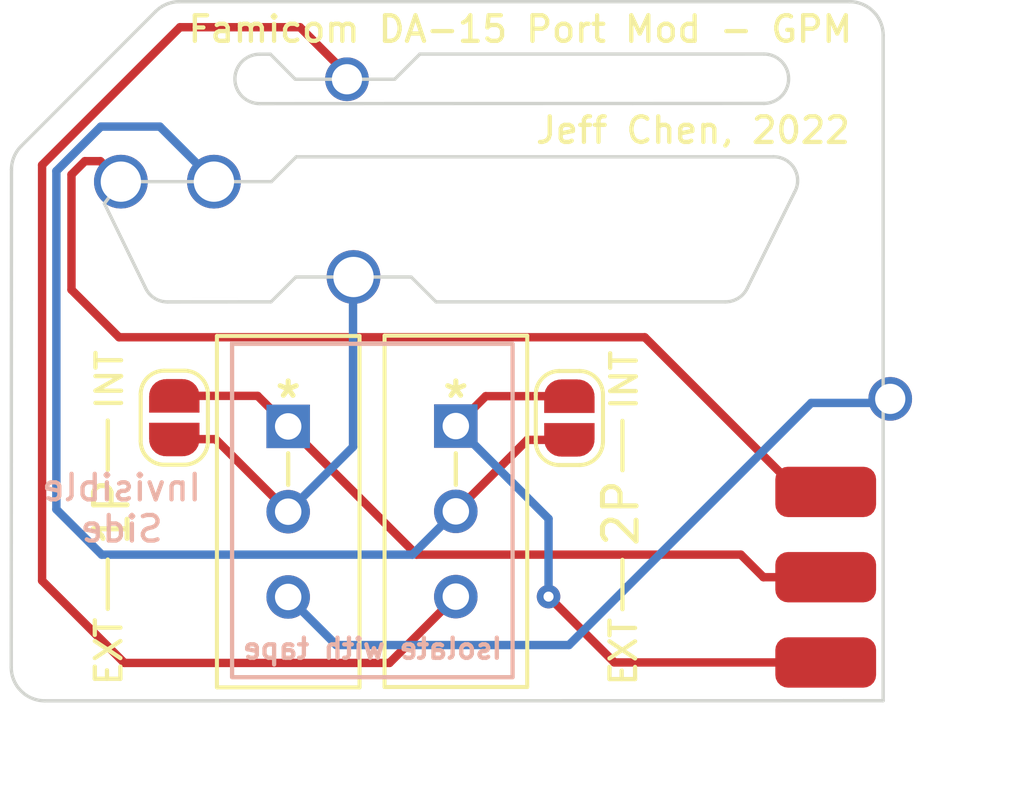
<source format=kicad_pcb>
(kicad_pcb (version 20211014) (generator pcbnew)
  (title_block (rev "1"))
  (layers (0 "F.Cu" signal "Front") (31 "B.Cu" signal "Back") (34 "B.Paste" user) (35 "F.Paste" user) (36 "B.SilkS" user "B.Silkscreen") (37 "F.SilkS" user "F.Silkscreen") (38 "B.Mask" user) (39 "F.Mask" user) (44 "Edge.Cuts" user))
  (net 0 "")
  (net 1 "/TO_EXT_4017_D0")
  (net 2 "/4016_D1_INT")
  (net 3 "/4017_D1_INT")
  (net 4 "/4016_D1_EXT")
  (net 5 "/4017_D1_EXT")
  (net 6 "/4016_D1")
  (net 7 "/4017_D1")
  (footprint "Jumper:SolderJumper-2_P1.3mm_Open_RoundedPad1.0x1.5mm" (layer "F.Cu") (at 143.57 103.83 -90)
    (fp_text reference "JP2" hide)
    (fp_text value "SolderJumper_2_Open")
    (fp_line (start -0.7 -1) (end 0.7 -1) (layer "F.SilkS") (width 0.12))
    (fp_line (start 0.7 1) (end -0.7 1) (layer "F.SilkS") (width 0.12))
    (fp_line (start -1.4 0.3) (end -1.4 -0.3) (layer "F.SilkS") (width 0.12))
    (fp_line (start 1.4 -0.3) (end 1.4 0.3) (layer "F.SilkS") (width 0.12))
    (fp_arc (start -0.7 1) (mid -1.194975 0.794975) (end -1.4 0.3) (layer "F.SilkS") (width 0.12))
    (fp_arc (start 1.4 0.3) (mid 1.194975 0.794975) (end 0.7 1) (layer "F.SilkS") (width 0.12))
    (fp_arc (start -1.4 -0.3) (mid -1.194975 -0.794975) (end -0.7 -1) (layer "F.SilkS") (width 0.12))
    (fp_arc (start 0.7 -1) (mid 1.194975 -0.794975) (end 1.4 -0.3) (layer "F.SilkS") (width 0.12))
    (pad "1" smd custom (at -0.65 0 270) (size 1 0.5) (layers "F.Cu" "F.Mask") (net 3 "/4017_D1_INT") (options (clearance outline) (anchor rect)) (primitives (gr_circle (center 0 0.25) (end 0.5 0.25) (width 0) (fill yes)) (gr_circle (center 0 -0.25) (end 0.5 -0.25) (width 0) (fill yes)) (gr_poly (pts (xy 0.5 0.75) (xy 0 0.75) (xy 0 -0.75) (xy 0.5 -0.75)) (width 0) (fill yes))))
    (pad "2" smd custom (at 0.65 0 270) (size 1 0.5) (layers "F.Cu" "F.Mask") (net 5 "/4017_D1_EXT") (options (clearance outline) (anchor rect)) (primitives (gr_circle (center 0 0.25) (end 0.5 0.25) (width 0) (fill yes)) (gr_circle (center 0 -0.25) (end 0.5 -0.25) (width 0) (fill yes)) (gr_poly (pts (xy 0 0.75) (xy -0.5 0.75) (xy -0.5 -0.75) (xy 0 -0.75)) (width 0) (fill yes))))
  )
  (footprint "DA15_Fix:GPM Interboard" (layer "F.Cu") (at 151.2 108.571)
    (fp_text reference "I1" hide)
    (fp_text value "GPM_Interboard")
    (pad "1" smd roundrect (at 0 -2.54 180) (size 3 1.5) (layers "F.Cu" "F.Paste" "F.Mask") (net 1 "/TO_EXT_4017_D0"))
    (pad "2" smd roundrect (at 0 0 180) (size 3 1.5) (layers "F.Cu" "F.Paste" "F.Mask") (net 2 "/4016_D1_INT"))
    (pad "3" smd roundrect (at 0 2.54 180) (size 3 1.5) (layers "F.Cu" "F.Paste" "F.Mask") (net 3 "/4017_D1_INT"))
  )
  (footprint "DA15_Fix:SS12SDP2" (layer "F.Cu") (at 140.19 104.07)
    (fp_text reference "SW2" hide)
    (fp_text value "SS12SDP2_NKK" hide)
    (fp_text user "*" (at 0 -0.8) (layer "F.SilkS"))
    (fp_line (start -2.1209 7.7724) (end 2.125 7.7724) (layer "F.SilkS") (width 0.12))
    (fp_line (start 2.125 7.7724) (end 2.125 -2.6924) (layer "F.SilkS") (width 0.12))
    (fp_line (start 2.125 -2.6924) (end -2.1209 -2.6924) (layer "F.SilkS") (width 0.12))
    (fp_line (start -2.1209 -2.6924) (end -2.1209 7.7724) (layer "F.SilkS") (width 0.12))
    (pad "1" thru_hole rect (at 0 0) (size 1.2954 1.2954) (drill 0.7874) (layers *.Cu *.Mask) (net 3 "/4017_D1_INT"))
    (pad "2" thru_hole circle (at 0 2.54) (size 1.2954 1.2954) (drill 0.7874) (layers *.Cu *.Mask) (net 5 "/4017_D1_EXT"))
    (pad "3" thru_hole circle (at 0 5.08) (size 1.2954 1.2954) (drill 0.7874) (layers *.Cu *.Mask) (net 7 "/4017_D1"))
  )
  (footprint "DA15_Fix:DA-15 Alternate" (layer "F.Cu") (at 130.22 96.79)
    (fp_text reference "P1" hide)
    (fp_text value "DA-15 Port")
    (pad "7" thru_hole circle (at 2.77 0 90) (size 1.6 1.6) (drill 1.2) (layers *.Cu *.Mask) (net 5 "/4017_D1_EXT"))
    (pad "8" thru_hole circle (at 0 0 90) (size 1.6 1.6) (drill 1.2) (layers *.Cu *.Mask) (net 1 "/TO_EXT_4017_D0"))
    (pad "13" thru_hole circle (at 6.925 2.84 90) (size 1.6 1.6) (drill 1.2) (layers *.Cu *.Mask) (net 4 "/4016_D1_EXT"))
  )
  (footprint "DA15_Fix:Single Via Pin" (layer "F.Cu") (at 153.12 103.26)
    (fp_text reference "V1" hide)
    (fp_text value "4016_D1" hide)
    (pad "1" thru_hole circle (at 0 0) (size 1.3 1.3) (drill 0.9) (layers *.Cu *.Mask) (net 6 "/4016_D1"))
  )
  (footprint "DA15_Fix:SS12SDP2" (layer "F.Cu") (at 135.2 104.08)
    (fp_text reference "SW1" hide)
    (fp_text value "SS12SDP2_NKK" hide)
    (fp_text user "*" (at 0 -0.81) (layer "F.SilkS"))
    (fp_line (start 2.125 -2.6924) (end -2.1209 -2.6924) (layer "F.SilkS") (width 0.12))
    (fp_line (start 2.125 7.7724) (end 2.125 -2.6924) (layer "F.SilkS") (width 0.12))
    (fp_line (start -2.1209 7.7724) (end 2.125 7.7724) (layer "F.SilkS") (width 0.12))
    (fp_line (start -2.1209 -2.6924) (end -2.1209 7.7724) (layer "F.SilkS") (width 0.12))
    (pad "1" thru_hole rect (at 0 0) (size 1.2954 1.2954) (drill 0.7874) (layers *.Cu *.Mask) (net 2 "/4016_D1_INT"))
    (pad "2" thru_hole circle (at 0 2.54) (size 1.2954 1.2954) (drill 0.7874) (layers *.Cu *.Mask) (net 4 "/4016_D1_EXT"))
    (pad "3" thru_hole circle (at 0 5.08) (size 1.2954 1.2954) (drill 0.7874) (layers *.Cu *.Mask) (net 6 "/4016_D1"))
  )
  (footprint "LOGO" (layer "F.Cu") (at 139.94 101.84)
    (fp_text reference "G***" hide)
    (fp_text value "LOGO" hide)
  )
  (footprint "Jumper:SolderJumper-2_P1.3mm_Open_RoundedPad1.0x1.5mm" (layer "F.Cu") (at 131.81 103.82 -90)
    (fp_text reference "JP1" hide)
    (fp_text value "SolderJumper_2_Open")
    (fp_line (start 1.4 -0.3) (end 1.4 0.3) (layer "F.SilkS") (width 0.12))
    (fp_line (start -0.7 -1) (end 0.7 -1) (layer "F.SilkS") (width 0.12))
    (fp_line (start -1.4 0.3) (end -1.4 -0.3) (layer "F.SilkS") (width 0.12))
    (fp_line (start 0.7 1) (end -0.7 1) (layer "F.SilkS") (width 0.12))
    (fp_arc (start -0.7 1) (mid -1.194975 0.794975) (end -1.4 0.3) (layer "F.SilkS") (width 0.12))
    (fp_arc (start 1.4 0.3) (mid 1.194975 0.794975) (end 0.7 1) (layer "F.SilkS") (width 0.12))
    (fp_arc (start 0.7 -1) (mid 1.194975 -0.794975) (end 1.4 -0.3) (layer "F.SilkS") (width 0.12))
    (fp_arc (start -1.4 -0.3) (mid -1.194975 -0.794975) (end -0.7 -1) (layer "F.SilkS") (width 0.12))
    (pad "1" smd custom (at -0.65 0 270) (size 1 0.5) (layers "F.Cu" "F.Mask") (net 2 "/4016_D1_INT") (options (clearance outline) (anchor rect)) (primitives (gr_circle (center 0 0.25) (end 0.5 0.25) (width 0) (fill yes)) (gr_circle (center 0 -0.25) (end 0.5 -0.25) (width 0) (fill yes)) (gr_poly (pts (xy 0.5 0.75) (xy 0 0.75) (xy 0 -0.75) (xy 0.5 -0.75)) (width 0) (fill yes))))
    (pad "2" smd custom (at 0.65 0 270) (size 1 0.5) (layers "F.Cu" "F.Mask") (net 4 "/4016_D1_EXT") (options (clearance outline) (anchor rect)) (primitives (gr_circle (center 0 0.25) (end 0.5 0.25) (width 0) (fill yes)) (gr_circle (center 0 -0.25) (end 0.5 -0.25) (width 0) (fill yes)) (gr_poly (pts (xy 0 0.75) (xy -0.5 0.75) (xy -0.5 -0.75) (xy 0 -0.75)) (width 0) (fill yes))))
  )
  (footprint "DA15_Fix:Single Via Pin" (layer "F.Cu") (at 136.95 93.74)
    (fp_text reference "V2" hide)
    (fp_text value "4017_D1" hide)
    (pad "1" thru_hole circle (at 0 0) (size 1.3 1.3) (drill 0.9) (layers *.Cu *.Mask) (net 7 "/4017_D1"))
  )
  (gr_rect (start 133.53 101.62) (end 141.88 111.55) (layer "B.SilkS") (width 0.127) (fill none))
  (gr_line (start 140.19 104.88) (end 140.19 105.82) (layer "F.SilkS") (width 0.127))
  (gr_line (start 135.2 104.88) (end 135.2 105.82) (layer "F.SilkS") (width 0.127))
  (gr_line (start 129.83 108.045) (end 129.83 109.515) (layer "F.SilkS") (width 0.127))
  (gr_line (start 145.15 108.055) (end 145.15 109.525) (layer "F.SilkS") (width 0.127))
  (gr_line (start 145.15 103.915) (end 145.15 105.385) (layer "F.SilkS") (width 0.127))
  (gr_line (start 129.83 103.905) (end 129.83 105.375) (layer "F.SilkS") (width 0.127))
  (gr_line (start 138.37 93.74) (end 139.12 92.99) (layer "Edge.Cuts") (width 0.1))
  (gr_line (start 135.41 93.74) (end 134.67 92.994481) (layer "Edge.Cuts") (width 0.1))
  (gr_arc (start 149.36 92.988962) (mid 150.095519 93.724481) (end 149.36 94.46) (layer "Edge.Cuts") (width 0.1))
  (gr_arc (start 131.252576 91.722576) (mid 131.577145 91.505706) (end 131.96 91.429551) (layer "Edge.Cuts") (width 0.1))
  (gr_arc (start 149.64 96.05) (mid 150.265184 96.395645) (end 150.27 97.11) (layer "Edge.Cuts") (width 0.1))
  (gr_arc (start 151.91 91.429801) (mid 152.617247 91.722753) (end 152.910199 92.43) (layer "Edge.Cuts") (width 0.1))
  (gr_arc (start 134.35 94.465519) (mid 133.614481 93.73) (end 134.35 92.994481) (layer "Edge.Cuts") (width 0.1))
  (gr_line (start 152.91 112.25) (end 127.957247 112.252952) (layer "Edge.Cuts") (width 0.1))
  (gr_line (start 148.21 100.37) (end 139.6 100.37) (layer "Edge.Cuts") (width 0.1))
  (gr_arc (start 126.963845 96.432855) (mid 127.04 96.05) (end 127.25687 95.725431) (layer "Edge.Cuts") (width 0.1))
  (gr_line (start 126.957048 111.252753) (end 126.963845 96.432855) (layer "Edge.Cuts") (width 0.1))
  (gr_line (start 149.36 94.46) (end 134.35 94.465519) (layer "Edge.Cuts") (width 0.1))
  (gr_line (start 130.952271 99.952146) (end 129.73 97.44) (layer "Edge.Cuts") (width 0.1))
  (gr_line (start 127.25687 95.725431) (end 131.252576 91.722576) (layer "Edge.Cuts") (width 0.1))
  (gr_line (start 139.12 92.99) (end 149.36 92.988962) (layer "Edge.Cuts") (width 0.1))
  (gr_line (start 134.7 96.79) (end 135.44 96.05) (layer "Edge.Cuts") (width 0.1))
  (gr_line (start 134.67 92.994481) (end 134.35 92.994481) (layer "Edge.Cuts") (width 0.1))
  (gr_line (start 131.96 91.429551) (end 151.91 91.429801) (layer "Edge.Cuts") (width 0.1))
  (gr_line (start 139.6 100.37) (end 138.86 99.63) (layer "Edge.Cuts") (width 0.1))
  (gr_line (start 130.22 96.79) (end 134.7 96.79) (layer "Edge.Cuts") (width 0.1))
  (gr_line (start 135.44 96.05) (end 149.64 96.05) (layer "Edge.Cuts") (width 0.1))
  (gr_arc (start 127.957247 112.252952) (mid 127.25 111.96) (end 126.957048 111.252753) (layer "Edge.Cuts") (width 0.1))
  (gr_arc (start 131.612271 100.372146) (mid 131.22 100.26) (end 130.952271 99.952146) (layer "Edge.Cuts") (width 0.1))
  (gr_line (start 135.41 93.74) (end 138.37 93.74) (layer "Edge.Cuts") (width 0.1))
  (gr_line (start 150.27 97.11) (end 148.87 99.95) (layer "Edge.Cuts") (width 0.1))
  (gr_line (start 152.910199 92.43) (end 152.91 112.25) (layer "Edge.Cuts") (width 0.1))
  (gr_line (start 135.43 99.63) (end 134.69 100.37) (layer "Edge.Cuts") (width 0.1))
  (gr_line (start 134.69 100.37) (end 131.612271 100.372146) (layer "Edge.Cuts") (width 0.1))
  (gr_line (start 130.22 96.79) (end 129.73 97.44) (layer "Edge.Cuts") (width 0.1))
  (gr_line (start 138.86 99.63) (end 135.43 99.63) (layer "Edge.Cuts") (width 0.1))
  (gr_arc (start 148.87 99.95) (mid 148.602271 100.257854) (end 148.21 100.37) (layer "Edge.Cuts") (width 0.1))
  (gr_text "Invisible\nSide" (at 130.24 106.52) (layer "B.SilkS") (effects (font (size 0.762 0.762) (thickness 0.127)) (justify mirror)))
  (gr_text "Isolate with tape" (at 137.71 110.7) (layer "B.SilkS") (effects (font (size 0.6 0.6) (thickness 0.127)) (justify mirror)))
  (gr_text "Famicom DA-15 Port Mod - GPM" (at 142.11 92.25) (layer "F.SilkS") (effects (font (size 0.762 0.762) (thickness 0.127))))
  (gr_text "1P" (at 129.95 106.63 90) (layer "F.SilkS") (effects (font (size 1 1))))
  (gr_text "EXT" (at 129.86 110.78 90) (layer "F.SilkS") (effects (font (size 0.762 0.762) (thickness 0.127))))
  (gr_text "2P" (at 145.1 106.66 90) (layer "F.SilkS") (effects (font (size 1 1))))
  (gr_text "INT" (at 145.2 102.7 90) (layer "F.SilkS") (effects (font (size 0.762 0.762) (thickness 0.127))))
  (gr_text "INT" (at 129.88 102.69 90) (layer "F.SilkS") (effects (font (size 0.762 0.762) (thickness 0.127))))
  (gr_text "EXT" (at 145.18 110.79 90) (layer "F.SilkS") (effects (font (size 0.762 0.762) (thickness 0.127))))
  (gr_text "Jeff Chen, 2022" (at 147.25 95.26) (layer "F.SilkS") (effects (font (size 0.762 0.762) (thickness 0.127))))
  (segment (start 128.75 100.01) (end 130.165 101.425) (width 0.25) (layer "F.Cu") (net 1))
  (segment (start 128.75 96.58) (end 128.75 100.01) (width 0.25) (layer "F.Cu") (net 1))
  (segment (start 130.13 96.7) (end 129.61 96.18) (width 0.25) (layer "F.Cu") (net 1))
  (segment (start 129.15 96.18) (end 128.75 96.58) (width 0.25) (layer "F.Cu") (net 1))
  (segment (start 129.61 96.18) (end 129.15 96.18) (width 0.25) (layer "F.Cu") (net 1))
  (segment (start 145.815 101.425) (end 150.42 106.03) (width 0.25) (layer "F.Cu") (net 1))
  (segment (start 150.42 106.03) (end 151.2 106.03) (width 0.25) (layer "F.Cu") (net 1))
  (segment (start 130.165 101.425) (end 145.815 101.425) (width 0.25) (layer "F.Cu") (net 1))
  (segment (start 151.2 108.571) (end 149.346 108.571) (width 0.25) (layer "F.Cu") (net 2))
  (segment (start 139.02 107.9) (end 135.2 104.08) (width 0.25) (layer "F.Cu") (net 2))
  (segment (start 148.675 107.9) (end 139.02 107.9) (width 0.25) (layer "F.Cu") (net 2))
  (segment (start 149.346 108.571) (end 148.675 107.9) (width 0.25) (layer "F.Cu") (net 2))
  (segment (start 135.2 104.08) (end 134.29 103.17) (width 0.25) (layer "F.Cu") (net 2))
  (segment (start 134.29 103.17) (end 131.81 103.17) (width 0.25) (layer "F.Cu") (net 2))
  (segment (start 142.95 109.15) (end 144.91 111.11) (width 0.25) (layer "F.Cu") (net 3))
  (segment (start 140.19 104.07) (end 141.08 103.18) (width 0.25) (layer "F.Cu") (net 3))
  (segment (start 144.91 111.11) (end 151.2 111.11) (width 0.25) (layer "F.Cu") (net 3))
  (segment (start 141.08 103.18) (end 143.57 103.18) (width 0.25) (layer "F.Cu") (net 3))
  (via (at 142.95 109.15) (size 0.7) (drill 0.3) (layers "F.Cu" "B.Cu") (net 3))
  (segment (start 142.95 106.83) (end 140.19 104.07) (width 0.25) (layer "B.Cu") (net 3))
  (segment (start 142.95 109.15) (end 142.95 106.83) (width 0.25) (layer "B.Cu") (net 3))
  (segment (start 135.2 106.62) (end 133.04 104.46) (width 0.25) (layer "F.Cu") (net 4))
  (segment (start 133.04 104.46) (end 131.82 104.46) (width 0.25) (layer "F.Cu") (net 4))
  (segment (start 137.13 104.69) (end 137.13 99.755) (width 0.25) (layer "B.Cu") (net 4))
  (segment (start 135.2 106.62) (end 137.13 104.69) (width 0.25) (layer "B.Cu") (net 4))
  (segment (start 140.19 106.61) (end 142.32 104.48) (width 0.25) (layer "F.Cu") (net 5))
  (segment (start 142.32 104.48) (end 143.57 104.48) (width 0.25) (layer "F.Cu") (net 5))
  (segment (start 129.65 107.9) (end 128.3 106.55) (width 0.25) (layer "B.Cu") (net 5))
  (segment (start 129.625 95.15) (end 131.38 95.15) (width 0.25) (layer "B.Cu") (net 5))
  (segment (start 131.38 95.15) (end 132.89 96.66) (width 0.25) (layer "B.Cu") (net 5))
  (segment (start 128.3 96.475) (end 129.625 95.15) (width 0.25) (layer "B.Cu") (net 5))
  (segment (start 132.89 96.66) (end 132.89 96.665) (width 0.25) (layer "B.Cu") (net 5))
  (segment (start 128.3 106.55) (end 128.3 96.475) (width 0.25) (layer "B.Cu") (net 5))
  (segment (start 140.19 106.61) (end 138.9 107.9) (width 0.25) (layer "B.Cu") (net 5))
  (segment (start 138.9 107.9) (end 129.65 107.9) (width 0.25) (layer "B.Cu") (net 5))
  (segment (start 135.2 109.16) (end 136.632081 110.592081) (width 0.25) (layer "B.Cu") (net 6))
  (segment (start 143.557919 110.592081) (end 150.77 103.38) (width 0.25) (layer "B.Cu") (net 6))
  (segment (start 136.632081 110.592081) (end 143.557919 110.592081) (width 0.25) (layer "B.Cu") (net 6))
  (segment (start 150.77 103.38) (end 152.785089 103.38) (width 0.25) (layer "B.Cu") (net 6))
  (segment (start 135.55 92.19) (end 136.92 93.56) (width 0.25) (layer "F.Cu") (net 7))
  (segment (start 140.19 109.15) (end 138.215 111.125) (width 0.25) (layer "F.Cu") (net 7))
  (segment (start 127.875 96.295) (end 131.98 92.19) (width 0.25) (layer "F.Cu") (net 7))
  (segment (start 138.215 111.125) (end 130.325 111.125) (width 0.25) (layer "F.Cu") (net 7))
  (segment (start 127.875 108.675) (end 127.875 96.295) (width 0.25) (layer "F.Cu") (net 7))
  (segment (start 131.98 92.19) (end 135.55 92.19) (width 0.25) (layer "F.Cu") (net 7))
  (segment (start 130.325 111.125) (end 127.875 108.675) (width 0.25) (layer "F.Cu") (net 7))
)
</source>
